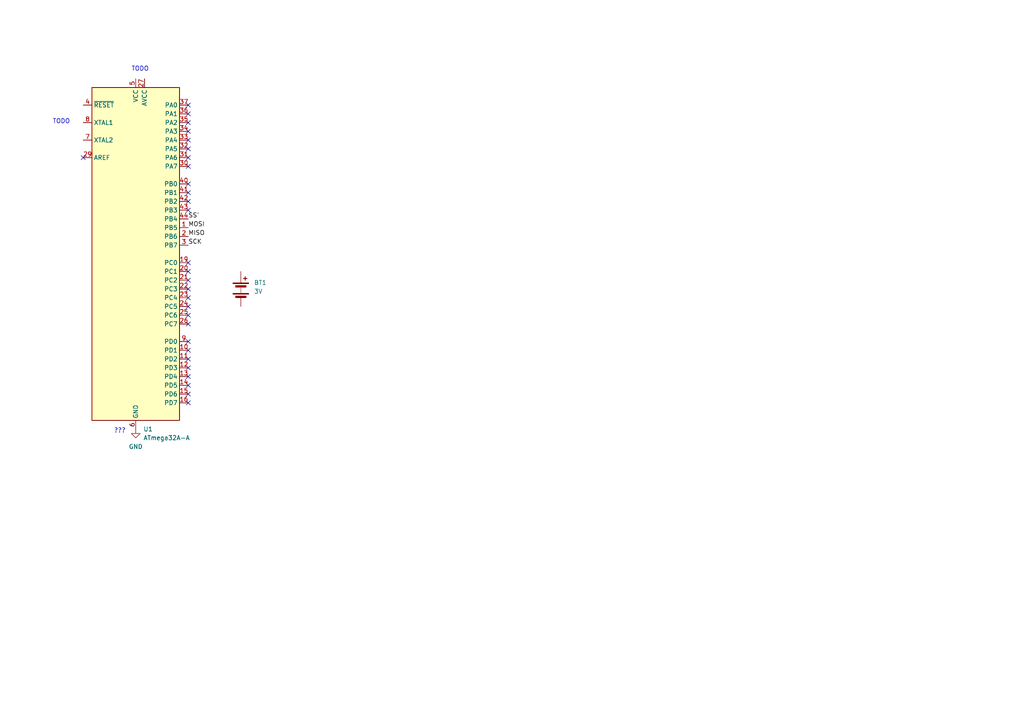
<source format=kicad_sch>
(kicad_sch (version 20230121) (generator eeschema)
  (paper "A4")
  (lib_symbols
    (symbol "Device:Battery" (pin_numbers hide) (pin_names (offset 0) hide)
      (property "Reference" "BT" (at 2.54 2.54 0))
      (property "Value" "Battery" (at 2.54 0 0))
      (symbol "Battery_0_1"
        (rectangle (start -2.286 -1.27) (end 2.286 -1.524) (fill (type outline)))
        (rectangle (start -2.286 1.778) (end 2.286 1.524) (fill (type outline)))
        (rectangle (start -1.524 -2.032) (end 1.524 -2.54) (fill (type outline)))
        (rectangle (start -1.524 1.016) (end 1.524 0.508) (fill (type outline)))
        (polyline (pts (xy 0 -1.016) (xy 0 -0.762)))
        (polyline (pts (xy 0 -0.508) (xy 0 -0.254)))
        (polyline (pts (xy 0 0) (xy 0 0.254)))
        (polyline (pts (xy 0 1.778) (xy 0 2.54)))
        (polyline (pts (xy 0.762 3.048) (xy 1.778 3.048)) (stroke (width 0.254)))
        (polyline (pts (xy 1.27 3.556) (xy 1.27 2.54)) (stroke (width 0.254)))
      )
      (symbol "Battery_1_1"
        (pin passive line (at 0 5.08 270) (length 2.54) (name "+") (number "1"))
        (pin passive line (at 0 -5.08 90) (length 2.54) (name "-") (number "2"))
      )
    )
    (symbol "MCU_Microchip_ATmega:ATmega32A-A"
      (property "Reference" "U" (at -12.7 49.53 0))
      (property "Value" "ATmega32A-A" (at 2.54 -49.53 0))
      (symbol "ATmega32A-A_0_1"
        (rectangle (start -12.7 -48.26) (end 12.7 48.26) (stroke (width 0.254)) (fill (type background)))
      )
      (symbol "ATmega32A-A_1_1"
        (pin bidirectional line (at 15.24 7.62 180) (length 2.54) (name "PB5") (number "1"))
        (pin bidirectional line (at 15.24 -27.94 180) (length 2.54) (name "PD1") (number "10"))
        (pin bidirectional line (at 15.24 -30.48 180) (length 2.54) (name "PD2") (number "11"))
        (pin bidirectional line (at 15.24 -33.02 180) (length 2.54) (name "PD3") (number "12"))
        (pin bidirectional line (at 15.24 -35.56 180) (length 2.54) (name "PD4") (number "13"))
        (pin bidirectional line (at 15.24 -38.1 180) (length 2.54) (name "PD5") (number "14"))
        (pin bidirectional line (at 15.24 -40.64 180) (length 2.54) (name "PD6") (number "15"))
        (pin bidirectional line (at 15.24 -43.18 180) (length 2.54) (name "PD7") (number "16"))
        (pin passive line (at 0 50.8 270) (length 2.54) hide (name "VCC") (number "17"))
        (pin passive line (at 0 -50.8 90) (length 2.54) hide (name "GND") (number "18"))
        (pin bidirectional line (at 15.24 -2.54 180) (length 2.54) (name "PC0") (number "19"))
        (pin bidirectional line (at 15.24 5.08 180) (length 2.54) (name "PB6") (number "2"))
        (pin bidirectional line (at 15.24 -5.08 180) (length 2.54) (name "PC1") (number "20"))
        (pin bidirectional line (at 15.24 -7.62 180) (length 2.54) (name "PC2") (number "21"))
        (pin bidirectional line (at 15.24 -10.16 180) (length 2.54) (name "PC3") (number "22"))
        (pin bidirectional line (at 15.24 -12.7 180) (length 2.54) (name "PC4") (number "23"))
        (pin bidirectional line (at 15.24 -15.24 180) (length 2.54) (name "PC5") (number "24"))
        (pin bidirectional line (at 15.24 -17.78 180) (length 2.54) (name "PC6") (number "25"))
        (pin bidirectional line (at 15.24 -20.32 180) (length 2.54) (name "PC7") (number "26"))
        (pin power_in line (at 2.54 50.8 270) (length 2.54) (name "AVCC") (number "27"))
        (pin passive line (at 0 -50.8 90) (length 2.54) hide (name "GND") (number "28"))
        (pin passive line (at -15.24 27.94 0) (length 2.54) (name "AREF") (number "29"))
        (pin bidirectional line (at 15.24 2.54 180) (length 2.54) (name "PB7") (number "3"))
        (pin bidirectional line (at 15.24 25.4 180) (length 2.54) (name "PA7") (number "30"))
        (pin bidirectional line (at 15.24 27.94 180) (length 2.54) (name "PA6") (number "31"))
        (pin bidirectional line (at 15.24 30.48 180) (length 2.54) (name "PA5") (number "32"))
        (pin bidirectional line (at 15.24 33.02 180) (length 2.54) (name "PA4") (number "33"))
        (pin bidirectional line (at 15.24 35.56 180) (length 2.54) (name "PA3") (number "34"))
        (pin bidirectional line (at 15.24 38.1 180) (length 2.54) (name "PA2") (number "35"))
        (pin bidirectional line (at 15.24 40.64 180) (length 2.54) (name "PA1") (number "36"))
        (pin bidirectional line (at 15.24 43.18 180) (length 2.54) (name "PA0") (number "37"))
        (pin passive line (at 0 50.8 270) (length 2.54) hide (name "VCC") (number "38"))
        (pin passive line (at 0 -50.8 90) (length 2.54) hide (name "GND") (number "39"))
        (pin input line (at -15.24 43.18 0) (length 2.54) (name "~{RESET}") (number "4"))
        (pin bidirectional line (at 15.24 20.32 180) (length 2.54) (name "PB0") (number "40"))
        (pin bidirectional line (at 15.24 17.78 180) (length 2.54) (name "PB1") (number "41"))
        (pin bidirectional line (at 15.24 15.24 180) (length 2.54) (name "PB2") (number "42"))
        (pin bidirectional line (at 15.24 12.7 180) (length 2.54) (name "PB3") (number "43"))
        (pin bidirectional line (at 15.24 10.16 180) (length 2.54) (name "PB4") (number "44"))
        (pin power_in line (at 0 50.8 270) (length 2.54) (name "VCC") (number "5"))
        (pin power_in line (at 0 -50.8 90) (length 2.54) (name "GND") (number "6"))
        (pin output line (at -15.24 33.02 0) (length 2.54) (name "XTAL2") (number "7"))
        (pin input line (at -15.24 38.1 0) (length 2.54) (name "XTAL1") (number "8"))
        (pin bidirectional line (at 15.24 -25.4 180) (length 2.54) (name "PD0") (number "9"))
      )
    )
    (symbol "power:GND" (power) (pin_names (offset 0))
      (property "Value" "GND" (at 0 -3.81 0))
      (symbol "GND_0_1"
        (polyline (pts (xy 0 0) (xy 0 -1.27) (xy 1.27 -1.27) (xy 0 -2.54) (xy -1.27 -1.27) (xy 0 -1.27)))
      )
      (symbol "GND_1_1"
        (pin power_in line (at 0 0 270) (length 0) hide (name "GND") (number "1"))
      )
    )
  )
  (no_connect (at 54.61 101.6))
  (no_connect (at 54.61 93.98))
  (no_connect (at 24.13 45.72))
  (no_connect (at 54.61 109.22))
  (no_connect (at 54.61 58.42))
  (no_connect (at 54.61 83.82))
  (no_connect (at 54.61 30.48))
  (no_connect (at 54.61 60.96))
  (no_connect (at 54.61 116.84))
  (no_connect (at 54.61 48.26))
  (no_connect (at 54.61 88.9))
  (no_connect (at 54.61 86.36))
  (no_connect (at 54.61 111.76))
  (no_connect (at 54.61 104.14))
  (no_connect (at 54.61 35.56))
  (no_connect (at 54.61 38.1))
  (no_connect (at 54.61 53.34))
  (no_connect (at 54.61 106.68))
  (no_connect (at 54.61 78.74))
  (no_connect (at 54.61 43.18))
  (no_connect (at 54.61 45.72))
  (no_connect (at 54.61 33.02))
  (no_connect (at 54.61 91.44))
  (no_connect (at 54.61 40.64))
  (no_connect (at 54.61 76.2))
  (no_connect (at 54.61 99.06))
  (no_connect (at 54.61 114.3))
  (no_connect (at 54.61 55.88))
  (no_connect (at 54.61 81.28))
  (text "???\n" (at 33.02 125.73 0) (effects (font (size 1.27 1.27)) (justify left bottom)))
  (text "TODO\n\n" (at 15.24 38.1 0) (effects (font (size 1.27 1.27)) (justify left bottom)))
  (text "TODO\n\n" (at 38.1 22.86 0) (effects (font (size 1.27 1.27)) (justify left bottom)))
  (label "MISO" (at 54.61 68.58 0))
  (label "MOSI" (at 54.61 66.04 0))
  (label "SS'" (at 54.61 63.5 0))
  (label "SCK" (at 54.61 71.12 0))
  (symbol (lib_id "power:GND") (at 39.37 124.46 0) (unit 1)
    (property "Reference" "#PWR01" (effects hide))
    (property "Value" "GND" (at 39.37 129.54 0))
    (instances (project "eecd_project" (path "" (reference "#PWR01") (unit 1)) (path "" (reference "#PWR02") (unit 1))))
  )
  (symbol (lib_id "Device:Battery") (at 69.85 83.82 0) (unit 1)
    (property "Reference" "BT1" (at 73.66 81.9785 0) (effects (justify left)))
    (property "Value" "3V" (at 73.66 84.5185 0) (effects (justify left)))
  )
  (symbol (lib_id "MCU_Microchip_ATmega:ATmega32A-A") (at 39.37 73.66 0) (unit 1)
    (property "Reference" "U1" (at 41.5641 124.46 0) (effects (justify left)))
    (property "Value" "ATmega32A-A" (at 41.5641 127 0) (effects (justify left)))
    (property "Footprint" "Package_QFP:TQFP-44_10x10mm_P0.8mm" (effects hide))
    (property "Datasheet" "http://ww1.microchip.com/downloads/en/DeviceDoc/atmel-8155-8-bit-microcontroller-avr-atmega32a_datasheet.pdf" (effects hide))
    (instances (project "eecd_project" (path "" (reference "U1") (unit 1)) (path "" (reference "U1") (unit 1)) (path "" (reference "U2") (unit 1))))
  )
)
</source>
